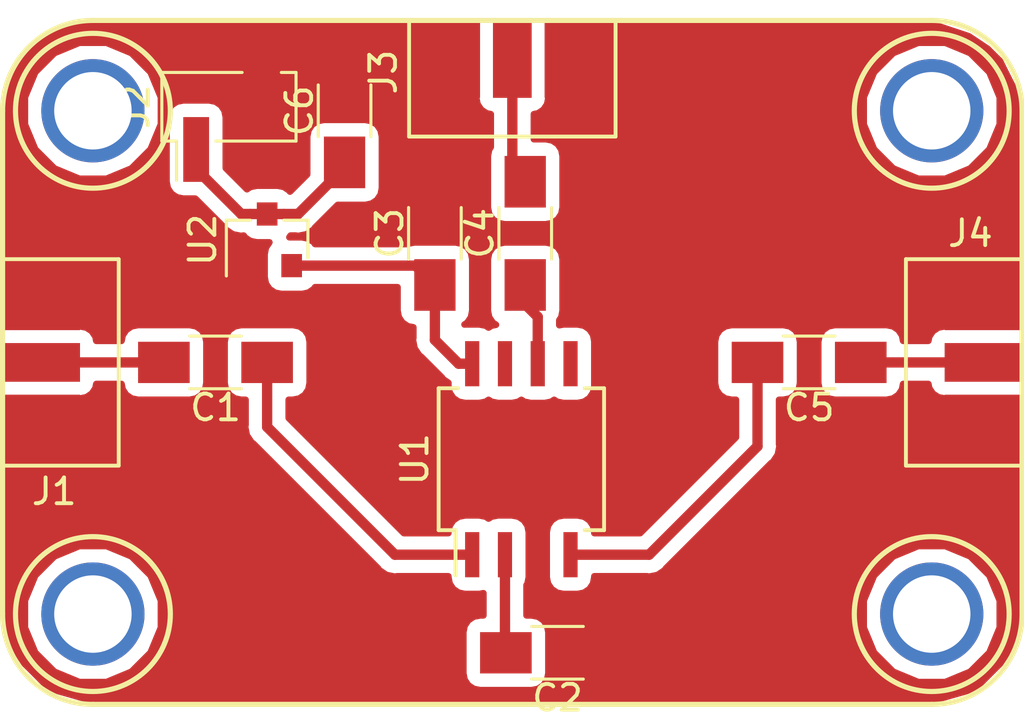
<source format=kicad_pcb>
(kicad_pcb (version 20171130) (host pcbnew "(5.0.0)")

  (general
    (thickness 1.6)
    (drawings 12)
    (tracks 33)
    (zones 0)
    (modules 12)
    (nets 13)
  )

  (page A4)
  (layers
    (0 F.Cu signal)
    (31 B.Cu signal)
    (32 B.Adhes user)
    (33 F.Adhes user)
    (34 B.Paste user)
    (35 F.Paste user)
    (36 B.SilkS user)
    (37 F.SilkS user)
    (38 B.Mask user)
    (39 F.Mask user)
    (40 Dwgs.User user)
    (41 Cmts.User user)
    (42 Eco1.User user)
    (43 Eco2.User user)
    (44 Edge.Cuts user)
    (45 Margin user)
    (46 B.CrtYd user)
    (47 F.CrtYd user)
    (48 B.Fab user)
    (49 F.Fab user)
  )

  (setup
    (last_trace_width 0.4)
    (trace_clearance 0.4)
    (zone_clearance 0.508)
    (zone_45_only no)
    (trace_min 0.4)
    (segment_width 0.2)
    (edge_width 0.15)
    (via_size 0.8)
    (via_drill 0.4)
    (via_min_size 0.4)
    (via_min_drill 0.3)
    (uvia_size 0.3)
    (uvia_drill 0.1)
    (uvias_allowed no)
    (uvia_min_size 0.2)
    (uvia_min_drill 0.1)
    (pcb_text_width 0.3)
    (pcb_text_size 1.5 1.5)
    (mod_edge_width 0.15)
    (mod_text_size 1 1)
    (mod_text_width 0.15)
    (pad_size 1.524 1.524)
    (pad_drill 0.762)
    (pad_to_mask_clearance 0.2)
    (aux_axis_origin 0 0)
    (visible_elements 7FFFFFFF)
    (pcbplotparams
      (layerselection 0x010fc_ffffffff)
      (usegerberextensions false)
      (usegerberattributes false)
      (usegerberadvancedattributes false)
      (creategerberjobfile false)
      (excludeedgelayer true)
      (linewidth 0.050000)
      (plotframeref false)
      (viasonmask false)
      (mode 1)
      (useauxorigin false)
      (hpglpennumber 1)
      (hpglpenspeed 20)
      (hpglpendiameter 15.000000)
      (psnegative false)
      (psa4output false)
      (plotreference true)
      (plotvalue true)
      (plotinvisibletext false)
      (padsonsilk false)
      (subtractmaskfromsilk false)
      (outputformat 1)
      (mirror false)
      (drillshape 1)
      (scaleselection 1)
      (outputdirectory ""))
  )

  (net 0 "")
  (net 1 "Net-(C1-Pad2)")
  (net 2 "Net-(C1-Pad1)")
  (net 3 Earth)
  (net 4 "Net-(C2-Pad2)")
  (net 5 "Net-(C3-Pad1)")
  (net 6 "Net-(C4-Pad1)")
  (net 7 "Net-(C4-Pad2)")
  (net 8 "Net-(C5-Pad2)")
  (net 9 "Net-(C5-Pad1)")
  (net 10 "Net-(U1-Pad7)")
  (net 11 "Net-(U1-Pad5)")
  (net 12 "Net-(C6-Pad1)")

  (net_class Default "This is the default net class."
    (clearance 0.4)
    (trace_width 0.4)
    (via_dia 0.8)
    (via_drill 0.4)
    (uvia_dia 0.3)
    (uvia_drill 0.1)
    (diff_pair_gap 0.25)
    (diff_pair_width 0.4)
    (add_net Earth)
    (add_net "Net-(C1-Pad1)")
    (add_net "Net-(C1-Pad2)")
    (add_net "Net-(C2-Pad2)")
    (add_net "Net-(C3-Pad1)")
    (add_net "Net-(C4-Pad1)")
    (add_net "Net-(C4-Pad2)")
    (add_net "Net-(C5-Pad1)")
    (add_net "Net-(C5-Pad2)")
    (add_net "Net-(C6-Pad1)")
    (add_net "Net-(U1-Pad5)")
    (add_net "Net-(U1-Pad7)")
  )

  (module Capacitors_SMD:C_1206_HandSoldering (layer F.Cu) (tedit 58AA84D1) (tstamp 5B6CCAE6)
    (at 114.75 89.75 180)
    (descr "Capacitor SMD 1206, hand soldering")
    (tags "capacitor 1206")
    (path /5B6B91FC)
    (attr smd)
    (fp_text reference C1 (at 0 -1.75 180) (layer F.SilkS)
      (effects (font (size 1 1) (thickness 0.15)))
    )
    (fp_text value 10nF (at 0 2 180) (layer F.Fab)
      (effects (font (size 1 1) (thickness 0.15)))
    )
    (fp_line (start 3.25 1.05) (end -3.25 1.05) (layer F.CrtYd) (width 0.05))
    (fp_line (start 3.25 1.05) (end 3.25 -1.05) (layer F.CrtYd) (width 0.05))
    (fp_line (start -3.25 -1.05) (end -3.25 1.05) (layer F.CrtYd) (width 0.05))
    (fp_line (start -3.25 -1.05) (end 3.25 -1.05) (layer F.CrtYd) (width 0.05))
    (fp_line (start -1 1.02) (end 1 1.02) (layer F.SilkS) (width 0.12))
    (fp_line (start 1 -1.02) (end -1 -1.02) (layer F.SilkS) (width 0.12))
    (fp_line (start -1.6 -0.8) (end 1.6 -0.8) (layer F.Fab) (width 0.1))
    (fp_line (start 1.6 -0.8) (end 1.6 0.8) (layer F.Fab) (width 0.1))
    (fp_line (start 1.6 0.8) (end -1.6 0.8) (layer F.Fab) (width 0.1))
    (fp_line (start -1.6 0.8) (end -1.6 -0.8) (layer F.Fab) (width 0.1))
    (fp_text user %R (at 0 -1.75 180) (layer F.Fab)
      (effects (font (size 1 1) (thickness 0.15)))
    )
    (pad 2 smd rect (at 2 0 180) (size 2 1.6) (layers F.Cu F.Paste F.Mask)
      (net 1 "Net-(C1-Pad2)"))
    (pad 1 smd rect (at -2 0 180) (size 2 1.6) (layers F.Cu F.Paste F.Mask)
      (net 2 "Net-(C1-Pad1)"))
    (model Capacitors_SMD.3dshapes/C_1206.wrl
      (at (xyz 0 0 0))
      (scale (xyz 1 1 1))
      (rotate (xyz 0 0 0))
    )
  )

  (module Capacitors_SMD:C_1206_HandSoldering (layer F.Cu) (tedit 58AA84D1) (tstamp 5B6CDF6E)
    (at 128 101 180)
    (descr "Capacitor SMD 1206, hand soldering")
    (tags "capacitor 1206")
    (path /5B6B90CF)
    (attr smd)
    (fp_text reference C2 (at 0 -1.75 180) (layer F.SilkS)
      (effects (font (size 1 1) (thickness 0.15)))
    )
    (fp_text value 10nF (at 0 2 180) (layer F.Fab)
      (effects (font (size 1 1) (thickness 0.15)))
    )
    (fp_text user %R (at 0 -1.75 180) (layer F.Fab)
      (effects (font (size 1 1) (thickness 0.15)))
    )
    (fp_line (start -1.6 0.8) (end -1.6 -0.8) (layer F.Fab) (width 0.1))
    (fp_line (start 1.6 0.8) (end -1.6 0.8) (layer F.Fab) (width 0.1))
    (fp_line (start 1.6 -0.8) (end 1.6 0.8) (layer F.Fab) (width 0.1))
    (fp_line (start -1.6 -0.8) (end 1.6 -0.8) (layer F.Fab) (width 0.1))
    (fp_line (start 1 -1.02) (end -1 -1.02) (layer F.SilkS) (width 0.12))
    (fp_line (start -1 1.02) (end 1 1.02) (layer F.SilkS) (width 0.12))
    (fp_line (start -3.25 -1.05) (end 3.25 -1.05) (layer F.CrtYd) (width 0.05))
    (fp_line (start -3.25 -1.05) (end -3.25 1.05) (layer F.CrtYd) (width 0.05))
    (fp_line (start 3.25 1.05) (end 3.25 -1.05) (layer F.CrtYd) (width 0.05))
    (fp_line (start 3.25 1.05) (end -3.25 1.05) (layer F.CrtYd) (width 0.05))
    (pad 1 smd rect (at -2 0 180) (size 2 1.6) (layers F.Cu F.Paste F.Mask)
      (net 3 Earth))
    (pad 2 smd rect (at 2 0 180) (size 2 1.6) (layers F.Cu F.Paste F.Mask)
      (net 4 "Net-(C2-Pad2)"))
    (model Capacitors_SMD.3dshapes/C_1206.wrl
      (at (xyz 0 0 0))
      (scale (xyz 1 1 1))
      (rotate (xyz 0 0 0))
    )
  )

  (module Capacitors_SMD:C_1206_HandSoldering (layer F.Cu) (tedit 58AA84D1) (tstamp 5B6CE8DE)
    (at 123.25 84.75 90)
    (descr "Capacitor SMD 1206, hand soldering")
    (tags "capacitor 1206")
    (path /5B6B8961)
    (attr smd)
    (fp_text reference C3 (at 0 -1.75 90) (layer F.SilkS)
      (effects (font (size 1 1) (thickness 0.15)))
    )
    (fp_text value 1uF (at 0 2 90) (layer F.Fab)
      (effects (font (size 1 1) (thickness 0.15)))
    )
    (fp_line (start 3.25 1.05) (end -3.25 1.05) (layer F.CrtYd) (width 0.05))
    (fp_line (start 3.25 1.05) (end 3.25 -1.05) (layer F.CrtYd) (width 0.05))
    (fp_line (start -3.25 -1.05) (end -3.25 1.05) (layer F.CrtYd) (width 0.05))
    (fp_line (start -3.25 -1.05) (end 3.25 -1.05) (layer F.CrtYd) (width 0.05))
    (fp_line (start -1 1.02) (end 1 1.02) (layer F.SilkS) (width 0.12))
    (fp_line (start 1 -1.02) (end -1 -1.02) (layer F.SilkS) (width 0.12))
    (fp_line (start -1.6 -0.8) (end 1.6 -0.8) (layer F.Fab) (width 0.1))
    (fp_line (start 1.6 -0.8) (end 1.6 0.8) (layer F.Fab) (width 0.1))
    (fp_line (start 1.6 0.8) (end -1.6 0.8) (layer F.Fab) (width 0.1))
    (fp_line (start -1.6 0.8) (end -1.6 -0.8) (layer F.Fab) (width 0.1))
    (fp_text user %R (at 0 -1.75 90) (layer F.Fab)
      (effects (font (size 1 1) (thickness 0.15)))
    )
    (pad 2 smd rect (at 2 0 90) (size 2 1.6) (layers F.Cu F.Paste F.Mask)
      (net 3 Earth))
    (pad 1 smd rect (at -2 0 90) (size 2 1.6) (layers F.Cu F.Paste F.Mask)
      (net 5 "Net-(C3-Pad1)"))
    (model Capacitors_SMD.3dshapes/C_1206.wrl
      (at (xyz 0 0 0))
      (scale (xyz 1 1 1))
      (rotate (xyz 0 0 0))
    )
  )

  (module Capacitors_SMD:C_1206_HandSoldering (layer F.Cu) (tedit 58AA84D1) (tstamp 5B6CE575)
    (at 126.75 84.75 90)
    (descr "Capacitor SMD 1206, hand soldering")
    (tags "capacitor 1206")
    (path /5B6BA259)
    (attr smd)
    (fp_text reference C4 (at 0 -1.75 90) (layer F.SilkS)
      (effects (font (size 1 1) (thickness 0.15)))
    )
    (fp_text value 10nF (at 0 2 90) (layer F.Fab)
      (effects (font (size 1 1) (thickness 0.15)))
    )
    (fp_text user %R (at 0 -1.75 90) (layer F.Fab)
      (effects (font (size 1 1) (thickness 0.15)))
    )
    (fp_line (start -1.6 0.8) (end -1.6 -0.8) (layer F.Fab) (width 0.1))
    (fp_line (start 1.6 0.8) (end -1.6 0.8) (layer F.Fab) (width 0.1))
    (fp_line (start 1.6 -0.8) (end 1.6 0.8) (layer F.Fab) (width 0.1))
    (fp_line (start -1.6 -0.8) (end 1.6 -0.8) (layer F.Fab) (width 0.1))
    (fp_line (start 1 -1.02) (end -1 -1.02) (layer F.SilkS) (width 0.12))
    (fp_line (start -1 1.02) (end 1 1.02) (layer F.SilkS) (width 0.12))
    (fp_line (start -3.25 -1.05) (end 3.25 -1.05) (layer F.CrtYd) (width 0.05))
    (fp_line (start -3.25 -1.05) (end -3.25 1.05) (layer F.CrtYd) (width 0.05))
    (fp_line (start 3.25 1.05) (end 3.25 -1.05) (layer F.CrtYd) (width 0.05))
    (fp_line (start 3.25 1.05) (end -3.25 1.05) (layer F.CrtYd) (width 0.05))
    (pad 1 smd rect (at -2 0 90) (size 2 1.6) (layers F.Cu F.Paste F.Mask)
      (net 6 "Net-(C4-Pad1)"))
    (pad 2 smd rect (at 2 0 90) (size 2 1.6) (layers F.Cu F.Paste F.Mask)
      (net 7 "Net-(C4-Pad2)"))
    (model Capacitors_SMD.3dshapes/C_1206.wrl
      (at (xyz 0 0 0))
      (scale (xyz 1 1 1))
      (rotate (xyz 0 0 0))
    )
  )

  (module Capacitors_SMD:C_1206_HandSoldering (layer F.Cu) (tedit 58AA84D1) (tstamp 5B6CD3E4)
    (at 137.75 89.75 180)
    (descr "Capacitor SMD 1206, hand soldering")
    (tags "capacitor 1206")
    (path /5B6BC0A2)
    (attr smd)
    (fp_text reference C5 (at 0 -1.75 180) (layer F.SilkS)
      (effects (font (size 1 1) (thickness 0.15)))
    )
    (fp_text value 10uF (at 0 2 180) (layer F.Fab)
      (effects (font (size 1 1) (thickness 0.15)))
    )
    (fp_line (start 3.25 1.05) (end -3.25 1.05) (layer F.CrtYd) (width 0.05))
    (fp_line (start 3.25 1.05) (end 3.25 -1.05) (layer F.CrtYd) (width 0.05))
    (fp_line (start -3.25 -1.05) (end -3.25 1.05) (layer F.CrtYd) (width 0.05))
    (fp_line (start -3.25 -1.05) (end 3.25 -1.05) (layer F.CrtYd) (width 0.05))
    (fp_line (start -1 1.02) (end 1 1.02) (layer F.SilkS) (width 0.12))
    (fp_line (start 1 -1.02) (end -1 -1.02) (layer F.SilkS) (width 0.12))
    (fp_line (start -1.6 -0.8) (end 1.6 -0.8) (layer F.Fab) (width 0.1))
    (fp_line (start 1.6 -0.8) (end 1.6 0.8) (layer F.Fab) (width 0.1))
    (fp_line (start 1.6 0.8) (end -1.6 0.8) (layer F.Fab) (width 0.1))
    (fp_line (start -1.6 0.8) (end -1.6 -0.8) (layer F.Fab) (width 0.1))
    (fp_text user %R (at 0 -1.75 180) (layer F.Fab)
      (effects (font (size 1 1) (thickness 0.15)))
    )
    (pad 2 smd rect (at 2 0 180) (size 2 1.6) (layers F.Cu F.Paste F.Mask)
      (net 8 "Net-(C5-Pad2)"))
    (pad 1 smd rect (at -2 0 180) (size 2 1.6) (layers F.Cu F.Paste F.Mask)
      (net 9 "Net-(C5-Pad1)"))
    (model Capacitors_SMD.3dshapes/C_1206.wrl
      (at (xyz 0 0 0))
      (scale (xyz 1 1 1))
      (rotate (xyz 0 0 0))
    )
  )

  (module x-uhf:X-UHF_Interconnect (layer F.Cu) (tedit 5B6BFBB0) (tstamp 5B6CCB35)
    (at 108 89.75)
    (path /5B6B9D7C)
    (fp_text reference J1 (at 0.5 5) (layer F.SilkS)
      (effects (font (size 1 1) (thickness 0.15)))
    )
    (fp_text value RF_IN (at 4 0 90) (layer F.Fab)
      (effects (font (size 1 1) (thickness 0.15)))
    )
    (fp_line (start -1.5 -4) (end 3 -4) (layer F.SilkS) (width 0.15))
    (fp_line (start 3 -4) (end 3 4) (layer F.SilkS) (width 0.15))
    (fp_line (start 3 4) (end -1.5 4) (layer F.SilkS) (width 0.15))
    (fp_line (start -1.5 4) (end -1.5 -4) (layer F.SilkS) (width 0.15))
    (pad 1 smd rect (at 0 -2) (size 3 1.5) (layers F.Cu F.Paste F.Mask)
      (net 3 Earth))
    (pad 2 smd rect (at 0 0) (size 3 1.5) (layers F.Cu F.Paste F.Mask)
      (net 1 "Net-(C1-Pad2)"))
    (pad 3 smd rect (at 0 2) (size 3 1.5) (layers F.Cu F.Paste F.Mask)
      (net 3 Earth))
  )

  (module Pin_Headers:Pin_Header_Straight_1x02_Pitch2.54mm_SMD_Pin1Left (layer F.Cu) (tedit 59650532) (tstamp 5B6CE45B)
    (at 115.27 79.845 90)
    (descr "surface-mounted straight pin header, 1x02, 2.54mm pitch, single row, style 1 (pin 1 left)")
    (tags "Surface mounted pin header SMD 1x02 2.54mm single row style1 pin1 left")
    (path /5B6C0849)
    (attr smd)
    (fp_text reference J2 (at 0 -3.6 90) (layer F.SilkS)
      (effects (font (size 1 1) (thickness 0.15)))
    )
    (fp_text value PWR (at 0 3.6 90) (layer F.Fab)
      (effects (font (size 1 1) (thickness 0.15)))
    )
    (fp_text user %R (at 0 0 180) (layer F.Fab)
      (effects (font (size 1 1) (thickness 0.15)))
    )
    (fp_line (start 3.45 -3.05) (end -3.45 -3.05) (layer F.CrtYd) (width 0.05))
    (fp_line (start 3.45 3.05) (end 3.45 -3.05) (layer F.CrtYd) (width 0.05))
    (fp_line (start -3.45 3.05) (end 3.45 3.05) (layer F.CrtYd) (width 0.05))
    (fp_line (start -3.45 -3.05) (end -3.45 3.05) (layer F.CrtYd) (width 0.05))
    (fp_line (start -1.33 -0.51) (end -1.33 2.6) (layer F.SilkS) (width 0.12))
    (fp_line (start 1.33 2.03) (end 1.33 2.6) (layer F.SilkS) (width 0.12))
    (fp_line (start -1.33 -2.6) (end -1.33 -2.03) (layer F.SilkS) (width 0.12))
    (fp_line (start -1.33 -2.03) (end -2.85 -2.03) (layer F.SilkS) (width 0.12))
    (fp_line (start 1.33 -2.6) (end 1.33 0.51) (layer F.SilkS) (width 0.12))
    (fp_line (start -1.33 2.6) (end 1.33 2.6) (layer F.SilkS) (width 0.12))
    (fp_line (start -1.33 -2.6) (end 1.33 -2.6) (layer F.SilkS) (width 0.12))
    (fp_line (start 2.54 1.59) (end 1.27 1.59) (layer F.Fab) (width 0.1))
    (fp_line (start 2.54 0.95) (end 2.54 1.59) (layer F.Fab) (width 0.1))
    (fp_line (start 1.27 0.95) (end 2.54 0.95) (layer F.Fab) (width 0.1))
    (fp_line (start -2.54 -0.95) (end -1.27 -0.95) (layer F.Fab) (width 0.1))
    (fp_line (start -2.54 -1.59) (end -2.54 -0.95) (layer F.Fab) (width 0.1))
    (fp_line (start -1.27 -1.59) (end -2.54 -1.59) (layer F.Fab) (width 0.1))
    (fp_line (start 1.27 -2.54) (end 1.27 2.54) (layer F.Fab) (width 0.1))
    (fp_line (start -1.27 -1.59) (end -0.32 -2.54) (layer F.Fab) (width 0.1))
    (fp_line (start -1.27 2.54) (end -1.27 -1.59) (layer F.Fab) (width 0.1))
    (fp_line (start -0.32 -2.54) (end 1.27 -2.54) (layer F.Fab) (width 0.1))
    (fp_line (start 1.27 2.54) (end -1.27 2.54) (layer F.Fab) (width 0.1))
    (pad 2 smd rect (at 1.655 1.27 90) (size 2.51 1) (layers F.Cu F.Paste F.Mask)
      (net 3 Earth))
    (pad 1 smd rect (at -1.655 -1.27 90) (size 2.51 1) (layers F.Cu F.Paste F.Mask)
      (net 12 "Net-(C6-Pad1)"))
    (model ${KISYS3DMOD}/Pin_Headers.3dshapes/Pin_Header_Straight_1x02_Pitch2.54mm_SMD_Pin1Left.wrl
      (at (xyz 0 0 0))
      (scale (xyz 1 1 1))
      (rotate (xyz 0 0 0))
    )
  )

  (module x-uhf:X-UHF_Interconnect (layer F.Cu) (tedit 5B6BFBB0) (tstamp 5B6CCB5D)
    (at 126.25 78 270)
    (path /5B6B9B1D)
    (fp_text reference J3 (at 0.5 5 270) (layer F.SilkS)
      (effects (font (size 1 1) (thickness 0.15)))
    )
    (fp_text value OSC_IN (at 4 0) (layer F.Fab)
      (effects (font (size 1 1) (thickness 0.15)))
    )
    (fp_line (start -1.5 -4) (end 3 -4) (layer F.SilkS) (width 0.15))
    (fp_line (start 3 -4) (end 3 4) (layer F.SilkS) (width 0.15))
    (fp_line (start 3 4) (end -1.5 4) (layer F.SilkS) (width 0.15))
    (fp_line (start -1.5 4) (end -1.5 -4) (layer F.SilkS) (width 0.15))
    (pad 1 smd rect (at 0 -2 270) (size 3 1.5) (layers F.Cu F.Paste F.Mask)
      (net 3 Earth))
    (pad 2 smd rect (at 0 0 270) (size 3 1.5) (layers F.Cu F.Paste F.Mask)
      (net 7 "Net-(C4-Pad2)"))
    (pad 3 smd rect (at 0 2 270) (size 3 1.5) (layers F.Cu F.Paste F.Mask)
      (net 3 Earth))
  )

  (module x-uhf:X-UHF_Interconnect (layer F.Cu) (tedit 5B6BFBB0) (tstamp 5B6CD215)
    (at 144.5 89.75 180)
    (path /5B6B9B76)
    (fp_text reference J4 (at 0.5 5 180) (layer F.SilkS)
      (effects (font (size 1 1) (thickness 0.15)))
    )
    (fp_text value IF_OUT (at 4 0 270) (layer F.Fab)
      (effects (font (size 1 1) (thickness 0.15)))
    )
    (fp_line (start -1.5 4) (end -1.5 -4) (layer F.SilkS) (width 0.15))
    (fp_line (start 3 4) (end -1.5 4) (layer F.SilkS) (width 0.15))
    (fp_line (start 3 -4) (end 3 4) (layer F.SilkS) (width 0.15))
    (fp_line (start -1.5 -4) (end 3 -4) (layer F.SilkS) (width 0.15))
    (pad 3 smd rect (at 0 2 180) (size 3 1.5) (layers F.Cu F.Paste F.Mask)
      (net 3 Earth))
    (pad 2 smd rect (at 0 0 180) (size 3 1.5) (layers F.Cu F.Paste F.Mask)
      (net 9 "Net-(C5-Pad1)"))
    (pad 1 smd rect (at 0 -2 180) (size 3 1.5) (layers F.Cu F.Paste F.Mask)
      (net 3 Earth))
  )

  (module Housings_SOIC:SO-8_5.3x6.2mm_Pitch1.27mm (layer F.Cu) (tedit 59920130) (tstamp 5B6CE3CE)
    (at 126.6 93.5 90)
    (descr "8-Lead Plastic Small Outline, 5.3x6.2mm Body (http://www.ti.com.cn/cn/lit/ds/symlink/tl7705a.pdf)")
    (tags "SOIC 1.27")
    (path /5B6B886F)
    (attr smd)
    (fp_text reference U1 (at 0 -4.13 90) (layer F.SilkS)
      (effects (font (size 1 1) (thickness 0.15)))
    )
    (fp_text value SA612 (at 0 4.13 90) (layer F.Fab)
      (effects (font (size 1 1) (thickness 0.15)))
    )
    (fp_line (start -2.75 -2.55) (end -4.5 -2.55) (layer F.SilkS) (width 0.15))
    (fp_line (start -2.75 3.205) (end 2.75 3.205) (layer F.SilkS) (width 0.15))
    (fp_line (start -2.75 -3.205) (end 2.75 -3.205) (layer F.SilkS) (width 0.15))
    (fp_line (start -2.75 3.205) (end -2.75 2.455) (layer F.SilkS) (width 0.15))
    (fp_line (start 2.75 3.205) (end 2.75 2.455) (layer F.SilkS) (width 0.15))
    (fp_line (start 2.75 -3.205) (end 2.75 -2.455) (layer F.SilkS) (width 0.15))
    (fp_line (start -2.75 -3.205) (end -2.75 -2.55) (layer F.SilkS) (width 0.15))
    (fp_line (start -4.83 3.35) (end 4.83 3.35) (layer F.CrtYd) (width 0.05))
    (fp_line (start -4.83 -3.35) (end 4.83 -3.35) (layer F.CrtYd) (width 0.05))
    (fp_line (start 4.83 -3.35) (end 4.83 3.35) (layer F.CrtYd) (width 0.05))
    (fp_line (start -4.83 -3.35) (end -4.83 3.35) (layer F.CrtYd) (width 0.05))
    (fp_line (start -2.65 -2.1) (end -1.65 -3.1) (layer F.Fab) (width 0.15))
    (fp_line (start -2.65 3.1) (end -2.65 -2.1) (layer F.Fab) (width 0.15))
    (fp_line (start 2.65 3.1) (end -2.65 3.1) (layer F.Fab) (width 0.15))
    (fp_line (start 2.65 -3.1) (end 2.65 3.1) (layer F.Fab) (width 0.15))
    (fp_line (start -1.65 -3.1) (end 2.65 -3.1) (layer F.Fab) (width 0.15))
    (fp_text user %R (at 0 0 90) (layer F.Fab)
      (effects (font (size 1 1) (thickness 0.15)))
    )
    (pad 8 smd rect (at 3.7 -1.905 90) (size 1.75 0.55) (layers F.Cu F.Paste F.Mask)
      (net 5 "Net-(C3-Pad1)"))
    (pad 7 smd rect (at 3.7 -0.635 90) (size 1.75 0.55) (layers F.Cu F.Paste F.Mask)
      (net 10 "Net-(U1-Pad7)"))
    (pad 6 smd rect (at 3.7 0.635 90) (size 1.75 0.55) (layers F.Cu F.Paste F.Mask)
      (net 6 "Net-(C4-Pad1)"))
    (pad 5 smd rect (at 3.7 1.905 90) (size 1.75 0.55) (layers F.Cu F.Paste F.Mask)
      (net 11 "Net-(U1-Pad5)"))
    (pad 4 smd rect (at -3.7 1.905 90) (size 1.75 0.55) (layers F.Cu F.Paste F.Mask)
      (net 8 "Net-(C5-Pad2)"))
    (pad 3 smd rect (at -3.7 0.635 90) (size 1.75 0.55) (layers F.Cu F.Paste F.Mask)
      (net 3 Earth))
    (pad 2 smd rect (at -3.7 -0.635 90) (size 1.75 0.55) (layers F.Cu F.Paste F.Mask)
      (net 4 "Net-(C2-Pad2)"))
    (pad 1 smd rect (at -3.7 -1.905 90) (size 1.75 0.55) (layers F.Cu F.Paste F.Mask)
      (net 2 "Net-(C1-Pad1)"))
    (model ${KISYS3DMOD}/Housings_SOIC.3dshapes/SO-8_5.3x6.2mm_Pitch1.27mm.wrl
      (at (xyz 0 0 0))
      (scale (xyz 1 1 1))
      (rotate (xyz 0 0 0))
    )
  )

  (module TO_SOT_Packages_SMD:SOT-23 (layer F.Cu) (tedit 58CE4E7E) (tstamp 5B6CE008)
    (at 116.75 85 90)
    (descr "SOT-23, Standard")
    (tags SOT-23)
    (path /5B6BE2D2)
    (attr smd)
    (fp_text reference U2 (at 0 -2.5 90) (layer F.SilkS)
      (effects (font (size 1 1) (thickness 0.15)))
    )
    (fp_text value MCP1700-5002E_SOT23 (at 0 2.5 90) (layer F.Fab)
      (effects (font (size 1 1) (thickness 0.15)))
    )
    (fp_line (start 0.76 1.58) (end -0.7 1.58) (layer F.SilkS) (width 0.12))
    (fp_line (start 0.76 -1.58) (end -1.4 -1.58) (layer F.SilkS) (width 0.12))
    (fp_line (start -1.7 1.75) (end -1.7 -1.75) (layer F.CrtYd) (width 0.05))
    (fp_line (start 1.7 1.75) (end -1.7 1.75) (layer F.CrtYd) (width 0.05))
    (fp_line (start 1.7 -1.75) (end 1.7 1.75) (layer F.CrtYd) (width 0.05))
    (fp_line (start -1.7 -1.75) (end 1.7 -1.75) (layer F.CrtYd) (width 0.05))
    (fp_line (start 0.76 -1.58) (end 0.76 -0.65) (layer F.SilkS) (width 0.12))
    (fp_line (start 0.76 1.58) (end 0.76 0.65) (layer F.SilkS) (width 0.12))
    (fp_line (start -0.7 1.52) (end 0.7 1.52) (layer F.Fab) (width 0.1))
    (fp_line (start 0.7 -1.52) (end 0.7 1.52) (layer F.Fab) (width 0.1))
    (fp_line (start -0.7 -0.95) (end -0.15 -1.52) (layer F.Fab) (width 0.1))
    (fp_line (start -0.15 -1.52) (end 0.7 -1.52) (layer F.Fab) (width 0.1))
    (fp_line (start -0.7 -0.95) (end -0.7 1.5) (layer F.Fab) (width 0.1))
    (fp_text user %R (at 0 0 180) (layer F.Fab)
      (effects (font (size 0.5 0.5) (thickness 0.075)))
    )
    (pad 3 smd rect (at 1 0 90) (size 0.9 0.8) (layers F.Cu F.Paste F.Mask)
      (net 12 "Net-(C6-Pad1)"))
    (pad 2 smd rect (at -1 0.95 90) (size 0.9 0.8) (layers F.Cu F.Paste F.Mask)
      (net 5 "Net-(C3-Pad1)"))
    (pad 1 smd rect (at -1 -0.95 90) (size 0.9 0.8) (layers F.Cu F.Paste F.Mask)
      (net 3 Earth))
    (model ${KISYS3DMOD}/TO_SOT_Packages_SMD.3dshapes/SOT-23.wrl
      (at (xyz 0 0 0))
      (scale (xyz 1 1 1))
      (rotate (xyz 0 0 0))
    )
  )

  (module Capacitors_SMD:C_1206_HandSoldering (layer F.Cu) (tedit 58AA84D1) (tstamp 5B6D34C9)
    (at 119.75 80 90)
    (descr "Capacitor SMD 1206, hand soldering")
    (tags "capacitor 1206")
    (path /5B6C4B57)
    (attr smd)
    (fp_text reference C6 (at 0 -1.75 90) (layer F.SilkS)
      (effects (font (size 1 1) (thickness 0.15)))
    )
    (fp_text value 10uF (at 0 2 90) (layer F.Fab)
      (effects (font (size 1 1) (thickness 0.15)))
    )
    (fp_line (start 3.25 1.05) (end -3.25 1.05) (layer F.CrtYd) (width 0.05))
    (fp_line (start 3.25 1.05) (end 3.25 -1.05) (layer F.CrtYd) (width 0.05))
    (fp_line (start -3.25 -1.05) (end -3.25 1.05) (layer F.CrtYd) (width 0.05))
    (fp_line (start -3.25 -1.05) (end 3.25 -1.05) (layer F.CrtYd) (width 0.05))
    (fp_line (start -1 1.02) (end 1 1.02) (layer F.SilkS) (width 0.12))
    (fp_line (start 1 -1.02) (end -1 -1.02) (layer F.SilkS) (width 0.12))
    (fp_line (start -1.6 -0.8) (end 1.6 -0.8) (layer F.Fab) (width 0.1))
    (fp_line (start 1.6 -0.8) (end 1.6 0.8) (layer F.Fab) (width 0.1))
    (fp_line (start 1.6 0.8) (end -1.6 0.8) (layer F.Fab) (width 0.1))
    (fp_line (start -1.6 0.8) (end -1.6 -0.8) (layer F.Fab) (width 0.1))
    (fp_text user %R (at 0 -1.75 90) (layer F.Fab)
      (effects (font (size 1 1) (thickness 0.15)))
    )
    (pad 2 smd rect (at 2 0 90) (size 2 1.6) (layers F.Cu F.Paste F.Mask)
      (net 3 Earth))
    (pad 1 smd rect (at -2 0 90) (size 2 1.6) (layers F.Cu F.Paste F.Mask)
      (net 12 "Net-(C6-Pad1)"))
    (model Capacitors_SMD.3dshapes/C_1206.wrl
      (at (xyz 0 0 0))
      (scale (xyz 1 1 1))
      (rotate (xyz 0 0 0))
    )
  )

  (gr_circle (center 110 80) (end 113 80) (layer F.SilkS) (width 0.2))
  (gr_circle (center 110 99.5) (end 113 99.5) (layer F.SilkS) (width 0.2))
  (gr_circle (center 142.5 99.5) (end 145.5 99.5) (layer F.SilkS) (width 0.2))
  (gr_circle (center 142.5 80) (end 139.5 80) (layer F.SilkS) (width 0.2))
  (gr_arc (start 110 99.5) (end 106.5 99.5) (angle -90) (layer F.SilkS) (width 0.2))
  (gr_arc (start 142.5 99.5) (end 142.5 103) (angle -90) (layer F.SilkS) (width 0.2))
  (gr_arc (start 142.5 80) (end 146 80) (angle -90) (layer F.SilkS) (width 0.2))
  (gr_arc (start 110 80) (end 110 76.5) (angle -90) (layer F.SilkS) (width 0.2))
  (gr_line (start 146 99.5) (end 146 80) (layer F.SilkS) (width 0.2))
  (gr_line (start 110 103) (end 142.5 103) (layer F.SilkS) (width 0.2))
  (gr_line (start 106.5 80) (end 106.5 99.5) (layer F.SilkS) (width 0.2))
  (gr_line (start 142.5 76.5) (end 110 76.5) (layer F.SilkS) (width 0.2))

  (via (at 110 99.5) (size 4) (drill 3) (layers F.Cu B.Cu) (net 0) (tstamp 5B6CCD38))
  (via (at 142.5 80) (size 4) (drill 3) (layers F.Cu B.Cu) (net 0) (tstamp 5B6CD1CD))
  (via (at 110 80) (size 4) (drill 3) (layers F.Cu B.Cu) (net 0) (tstamp 5B6CCD41))
  (via (at 142.5 99.5) (size 4) (drill 3) (layers F.Cu B.Cu) (net 0) (tstamp 5B6CD79E))
  (segment (start 108 89.75) (end 112.75 89.75) (width 0.4) (layer F.Cu) (net 1))
  (segment (start 124.695 96.6) (end 124.695 97.2) (width 0.4) (layer F.Cu) (net 2))
  (segment (start 116.75 89.75) (end 116.75 92.25) (width 0.4) (layer F.Cu) (net 2))
  (segment (start 121.7 97.2) (end 124.695 97.2) (width 0.4) (layer F.Cu) (net 2))
  (segment (start 116.75 92.25) (end 121.7 97.2) (width 0.4) (layer F.Cu) (net 2))
  (segment (start 125.965 100.965) (end 126 101) (width 0.4) (layer F.Cu) (net 4))
  (segment (start 125.965 97.2) (end 125.965 100.965) (width 0.4) (layer F.Cu) (net 4))
  (segment (start 122.5 86) (end 123.25 86.75) (width 0.4) (layer F.Cu) (net 5))
  (segment (start 117.7 86) (end 122.5 86) (width 0.4) (layer F.Cu) (net 5))
  (segment (start 124.17 89.8) (end 124.695 89.8) (width 0.4) (layer F.Cu) (net 5))
  (segment (start 123.25 88.88) (end 124.17 89.8) (width 0.4) (layer F.Cu) (net 5))
  (segment (start 123.25 86.75) (end 123.25 88.88) (width 0.4) (layer F.Cu) (net 5))
  (segment (start 126.75 86.75) (end 126.75 87.5) (width 0.4) (layer F.Cu) (net 6))
  (segment (start 127.235 87.985) (end 127.235 89.8) (width 0.4) (layer F.Cu) (net 6))
  (segment (start 126.75 87.5) (end 127.235 87.985) (width 0.4) (layer F.Cu) (net 6))
  (segment (start 126.25 82.25) (end 126.75 82.75) (width 0.4) (layer F.Cu) (net 7))
  (segment (start 126.25 78) (end 126.25 82.25) (width 0.4) (layer F.Cu) (net 7))
  (segment (start 135.75 89.75) (end 135.75 93) (width 0.4) (layer F.Cu) (net 8))
  (segment (start 131.55 97.2) (end 128.505 97.2) (width 0.4) (layer F.Cu) (net 8))
  (segment (start 135.75 93) (end 131.55 97.2) (width 0.4) (layer F.Cu) (net 8))
  (segment (start 144.5 89.75) (end 139.75 89.75) (width 0.4) (layer F.Cu) (net 9))
  (segment (start 116.1 84) (end 116.75 84) (width 0.4) (layer F.Cu) (net 12))
  (segment (start 115.745 84) (end 116.1 84) (width 0.4) (layer F.Cu) (net 12))
  (segment (start 114 82.255) (end 115.745 84) (width 0.4) (layer F.Cu) (net 12))
  (segment (start 114 81.5) (end 114 82.255) (width 0.4) (layer F.Cu) (net 12))
  (segment (start 117.4 84) (end 116.75 84) (width 0.4) (layer F.Cu) (net 12))
  (segment (start 117.95 84) (end 117.4 84) (width 0.4) (layer F.Cu) (net 12))
  (segment (start 119.75 82.2) (end 117.95 84) (width 0.4) (layer F.Cu) (net 12))
  (segment (start 119.75 82) (end 119.75 82.2) (width 0.4) (layer F.Cu) (net 12))

  (zone (net 3) (net_name Earth) (layer F.Cu) (tstamp 5B6D3D72) (hatch edge 0.508)
    (connect_pads yes (clearance 0.508))
    (min_thickness 0.254)
    (fill yes (arc_segments 16) (thermal_gap 0.508) (thermal_bridge_width 0.508))
    (polygon
      (pts
        (xy 110 76.5) (xy 142.5 76.5) (xy 144 77) (xy 144.75 77.5) (xy 145.25 78)
        (xy 145.75 79) (xy 146 80) (xy 146 99.5) (xy 145.75 100.75) (xy 145.25 101.5)
        (xy 144.25 102.5) (xy 142.5 103) (xy 110 103) (xy 108.25 102.5) (xy 107.25 101.5)
        (xy 106.75 100.75) (xy 106.5 99.5) (xy 106.5 80) (xy 106.75 78.75) (xy 107.5 77.5)
        (xy 108.75 76.75)
      )
    )
    (filled_polygon
      (pts
        (xy 124.85256 79.5) (xy 124.901843 79.747765) (xy 125.042191 79.957809) (xy 125.252235 80.098157) (xy 125.415001 80.130533)
        (xy 125.415001 81.407713) (xy 125.351843 81.502235) (xy 125.30256 81.75) (xy 125.30256 83.75) (xy 125.351843 83.997765)
        (xy 125.492191 84.207809) (xy 125.702235 84.348157) (xy 125.95 84.39744) (xy 127.55 84.39744) (xy 127.797765 84.348157)
        (xy 128.007809 84.207809) (xy 128.148157 83.997765) (xy 128.19744 83.75) (xy 128.19744 81.75) (xy 128.148157 81.502235)
        (xy 128.007809 81.292191) (xy 127.797765 81.151843) (xy 127.55 81.10256) (xy 127.085 81.10256) (xy 127.085 80.130533)
        (xy 127.247765 80.098157) (xy 127.457809 79.957809) (xy 127.598157 79.747765) (xy 127.64744 79.5) (xy 127.64744 79.475866)
        (xy 139.865 79.475866) (xy 139.865 80.524134) (xy 140.266155 81.492608) (xy 141.007392 82.233845) (xy 141.975866 82.635)
        (xy 143.024134 82.635) (xy 143.992608 82.233845) (xy 144.733845 81.492608) (xy 145.135 80.524134) (xy 145.135 79.475866)
        (xy 144.733845 78.507392) (xy 143.992608 77.766155) (xy 143.024134 77.365) (xy 141.975866 77.365) (xy 141.007392 77.766155)
        (xy 140.266155 78.507392) (xy 139.865 79.475866) (xy 127.64744 79.475866) (xy 127.64744 76.627) (xy 142.47939 76.627)
        (xy 143.943706 77.115105) (xy 144.669086 77.598692) (xy 145.145626 78.075232) (xy 145.630173 79.044326) (xy 145.873 80.015634)
        (xy 145.873 88.35256) (xy 143 88.35256) (xy 142.752235 88.401843) (xy 142.542191 88.542191) (xy 142.401843 88.752235)
        (xy 142.369467 88.915) (xy 141.390478 88.915) (xy 141.348157 88.702235) (xy 141.207809 88.492191) (xy 140.997765 88.351843)
        (xy 140.75 88.30256) (xy 138.75 88.30256) (xy 138.502235 88.351843) (xy 138.292191 88.492191) (xy 138.151843 88.702235)
        (xy 138.10256 88.95) (xy 138.10256 90.55) (xy 138.151843 90.797765) (xy 138.292191 91.007809) (xy 138.502235 91.148157)
        (xy 138.75 91.19744) (xy 140.75 91.19744) (xy 140.997765 91.148157) (xy 141.207809 91.007809) (xy 141.348157 90.797765)
        (xy 141.390478 90.585) (xy 142.369467 90.585) (xy 142.401843 90.747765) (xy 142.542191 90.957809) (xy 142.752235 91.098157)
        (xy 143 91.14744) (xy 145.873 91.14744) (xy 145.873 99.487423) (xy 145.630393 100.700459) (xy 145.151308 101.419086)
        (xy 144.183467 102.386927) (xy 142.482211 102.873) (xy 110.017789 102.873) (xy 108.316533 102.386927) (xy 107.348692 101.419086)
        (xy 106.869607 100.700459) (xy 106.627 99.487423) (xy 106.627 98.975866) (xy 107.365 98.975866) (xy 107.365 100.024134)
        (xy 107.766155 100.992608) (xy 108.507392 101.733845) (xy 109.475866 102.135) (xy 110.524134 102.135) (xy 111.492608 101.733845)
        (xy 112.233845 100.992608) (xy 112.635 100.024134) (xy 112.635 98.975866) (xy 112.233845 98.007392) (xy 111.492608 97.266155)
        (xy 110.524134 96.865) (xy 109.475866 96.865) (xy 108.507392 97.266155) (xy 107.766155 98.007392) (xy 107.365 98.975866)
        (xy 106.627 98.975866) (xy 106.627 91.14744) (xy 109.5 91.14744) (xy 109.747765 91.098157) (xy 109.957809 90.957809)
        (xy 110.098157 90.747765) (xy 110.130533 90.585) (xy 111.109522 90.585) (xy 111.151843 90.797765) (xy 111.292191 91.007809)
        (xy 111.502235 91.148157) (xy 111.75 91.19744) (xy 113.75 91.19744) (xy 113.997765 91.148157) (xy 114.207809 91.007809)
        (xy 114.348157 90.797765) (xy 114.39744 90.55) (xy 114.39744 88.95) (xy 115.10256 88.95) (xy 115.10256 90.55)
        (xy 115.151843 90.797765) (xy 115.292191 91.007809) (xy 115.502235 91.148157) (xy 115.75 91.19744) (xy 115.915001 91.19744)
        (xy 115.915001 92.167762) (xy 115.898643 92.25) (xy 115.963448 92.5758) (xy 115.963449 92.575801) (xy 116.148 92.852001)
        (xy 116.217718 92.898585) (xy 121.051415 97.732283) (xy 121.097999 97.802001) (xy 121.374199 97.986552) (xy 121.617763 98.035)
        (xy 121.617766 98.035) (xy 121.699999 98.051357) (xy 121.782232 98.035) (xy 123.77256 98.035) (xy 123.77256 98.075)
        (xy 123.821843 98.322765) (xy 123.962191 98.532809) (xy 124.172235 98.673157) (xy 124.42 98.72244) (xy 124.97 98.72244)
        (xy 125.13 98.690614) (xy 125.130001 99.55256) (xy 125 99.55256) (xy 124.752235 99.601843) (xy 124.542191 99.742191)
        (xy 124.401843 99.952235) (xy 124.35256 100.2) (xy 124.35256 101.8) (xy 124.401843 102.047765) (xy 124.542191 102.257809)
        (xy 124.752235 102.398157) (xy 125 102.44744) (xy 127 102.44744) (xy 127.247765 102.398157) (xy 127.457809 102.257809)
        (xy 127.598157 102.047765) (xy 127.64744 101.8) (xy 127.64744 100.2) (xy 127.598157 99.952235) (xy 127.457809 99.742191)
        (xy 127.247765 99.601843) (xy 127 99.55256) (xy 126.8 99.55256) (xy 126.8 98.975866) (xy 139.865 98.975866)
        (xy 139.865 100.024134) (xy 140.266155 100.992608) (xy 141.007392 101.733845) (xy 141.975866 102.135) (xy 143.024134 102.135)
        (xy 143.992608 101.733845) (xy 144.733845 100.992608) (xy 145.135 100.024134) (xy 145.135 98.975866) (xy 144.733845 98.007392)
        (xy 143.992608 97.266155) (xy 143.024134 96.865) (xy 141.975866 96.865) (xy 141.007392 97.266155) (xy 140.266155 98.007392)
        (xy 139.865 98.975866) (xy 126.8 98.975866) (xy 126.8 98.379871) (xy 126.838157 98.322765) (xy 126.88744 98.075)
        (xy 126.88744 96.325) (xy 127.58256 96.325) (xy 127.58256 98.075) (xy 127.631843 98.322765) (xy 127.772191 98.532809)
        (xy 127.982235 98.673157) (xy 128.23 98.72244) (xy 128.78 98.72244) (xy 129.027765 98.673157) (xy 129.237809 98.532809)
        (xy 129.378157 98.322765) (xy 129.42744 98.075) (xy 129.42744 98.035) (xy 131.467767 98.035) (xy 131.55 98.051357)
        (xy 131.632233 98.035) (xy 131.632237 98.035) (xy 131.875801 97.986552) (xy 132.152001 97.802001) (xy 132.198587 97.73228)
        (xy 136.282283 93.648585) (xy 136.352001 93.602001) (xy 136.536552 93.325801) (xy 136.585 93.082237) (xy 136.601358 93)
        (xy 136.585 92.917763) (xy 136.585 91.19744) (xy 136.75 91.19744) (xy 136.997765 91.148157) (xy 137.207809 91.007809)
        (xy 137.348157 90.797765) (xy 137.39744 90.55) (xy 137.39744 88.95) (xy 137.348157 88.702235) (xy 137.207809 88.492191)
        (xy 136.997765 88.351843) (xy 136.75 88.30256) (xy 134.75 88.30256) (xy 134.502235 88.351843) (xy 134.292191 88.492191)
        (xy 134.151843 88.702235) (xy 134.10256 88.95) (xy 134.10256 90.55) (xy 134.151843 90.797765) (xy 134.292191 91.007809)
        (xy 134.502235 91.148157) (xy 134.75 91.19744) (xy 134.915 91.19744) (xy 134.915001 92.654131) (xy 131.204133 96.365)
        (xy 129.42744 96.365) (xy 129.42744 96.325) (xy 129.378157 96.077235) (xy 129.237809 95.867191) (xy 129.027765 95.726843)
        (xy 128.78 95.67756) (xy 128.23 95.67756) (xy 127.982235 95.726843) (xy 127.772191 95.867191) (xy 127.631843 96.077235)
        (xy 127.58256 96.325) (xy 126.88744 96.325) (xy 126.838157 96.077235) (xy 126.697809 95.867191) (xy 126.487765 95.726843)
        (xy 126.24 95.67756) (xy 125.69 95.67756) (xy 125.442235 95.726843) (xy 125.33 95.801837) (xy 125.217765 95.726843)
        (xy 124.97 95.67756) (xy 124.42 95.67756) (xy 124.172235 95.726843) (xy 123.962191 95.867191) (xy 123.821843 96.077235)
        (xy 123.77256 96.325) (xy 123.77256 96.365) (xy 122.045868 96.365) (xy 117.585 91.904133) (xy 117.585 91.19744)
        (xy 117.75 91.19744) (xy 117.997765 91.148157) (xy 118.207809 91.007809) (xy 118.348157 90.797765) (xy 118.39744 90.55)
        (xy 118.39744 88.95) (xy 118.348157 88.702235) (xy 118.207809 88.492191) (xy 117.997765 88.351843) (xy 117.75 88.30256)
        (xy 115.75 88.30256) (xy 115.502235 88.351843) (xy 115.292191 88.492191) (xy 115.151843 88.702235) (xy 115.10256 88.95)
        (xy 114.39744 88.95) (xy 114.348157 88.702235) (xy 114.207809 88.492191) (xy 113.997765 88.351843) (xy 113.75 88.30256)
        (xy 111.75 88.30256) (xy 111.502235 88.351843) (xy 111.292191 88.492191) (xy 111.151843 88.702235) (xy 111.109522 88.915)
        (xy 110.130533 88.915) (xy 110.098157 88.752235) (xy 109.957809 88.542191) (xy 109.747765 88.401843) (xy 109.5 88.35256)
        (xy 106.627 88.35256) (xy 106.627 80.012577) (xy 106.734342 79.475866) (xy 107.365 79.475866) (xy 107.365 80.524134)
        (xy 107.766155 81.492608) (xy 108.507392 82.233845) (xy 109.475866 82.635) (xy 110.524134 82.635) (xy 111.492608 82.233845)
        (xy 112.233845 81.492608) (xy 112.635 80.524134) (xy 112.635 80.245) (xy 112.85256 80.245) (xy 112.85256 82.755)
        (xy 112.901843 83.002765) (xy 113.042191 83.212809) (xy 113.252235 83.353157) (xy 113.5 83.40244) (xy 113.966573 83.40244)
        (xy 115.096415 84.532283) (xy 115.142999 84.602001) (xy 115.419199 84.786552) (xy 115.662763 84.835) (xy 115.745 84.851358)
        (xy 115.827237 84.835) (xy 115.843541 84.835) (xy 115.892191 84.907809) (xy 116.102235 85.048157) (xy 116.35 85.09744)
        (xy 116.838684 85.09744) (xy 116.701843 85.302235) (xy 116.65256 85.55) (xy 116.65256 86.45) (xy 116.701843 86.697765)
        (xy 116.842191 86.907809) (xy 117.052235 87.048157) (xy 117.3 87.09744) (xy 118.1 87.09744) (xy 118.347765 87.048157)
        (xy 118.557809 86.907809) (xy 118.606459 86.835) (xy 121.80256 86.835) (xy 121.80256 87.75) (xy 121.851843 87.997765)
        (xy 121.992191 88.207809) (xy 122.202235 88.348157) (xy 122.415001 88.390478) (xy 122.415001 88.797762) (xy 122.398643 88.88)
        (xy 122.463448 89.2058) (xy 122.571092 89.3669) (xy 122.648 89.482001) (xy 122.717718 89.528585) (xy 123.521416 90.332285)
        (xy 123.567999 90.402001) (xy 123.77256 90.538684) (xy 123.77256 90.675) (xy 123.821843 90.922765) (xy 123.962191 91.132809)
        (xy 124.172235 91.273157) (xy 124.42 91.32244) (xy 124.97 91.32244) (xy 125.217765 91.273157) (xy 125.33 91.198163)
        (xy 125.442235 91.273157) (xy 125.69 91.32244) (xy 126.24 91.32244) (xy 126.487765 91.273157) (xy 126.6 91.198163)
        (xy 126.712235 91.273157) (xy 126.96 91.32244) (xy 127.51 91.32244) (xy 127.757765 91.273157) (xy 127.87 91.198163)
        (xy 127.982235 91.273157) (xy 128.23 91.32244) (xy 128.78 91.32244) (xy 129.027765 91.273157) (xy 129.237809 91.132809)
        (xy 129.378157 90.922765) (xy 129.42744 90.675) (xy 129.42744 88.925) (xy 129.378157 88.677235) (xy 129.237809 88.467191)
        (xy 129.027765 88.326843) (xy 128.78 88.27756) (xy 128.23 88.27756) (xy 128.07 88.309386) (xy 128.07 88.114734)
        (xy 128.148157 87.997765) (xy 128.19744 87.75) (xy 128.19744 85.75) (xy 128.148157 85.502235) (xy 128.007809 85.292191)
        (xy 127.797765 85.151843) (xy 127.55 85.10256) (xy 125.95 85.10256) (xy 125.702235 85.151843) (xy 125.492191 85.292191)
        (xy 125.351843 85.502235) (xy 125.30256 85.75) (xy 125.30256 87.75) (xy 125.351843 87.997765) (xy 125.492191 88.207809)
        (xy 125.61801 88.291879) (xy 125.442235 88.326843) (xy 125.33 88.401837) (xy 125.217765 88.326843) (xy 124.97 88.27756)
        (xy 124.42 88.27756) (xy 124.396392 88.282256) (xy 124.507809 88.207809) (xy 124.648157 87.997765) (xy 124.69744 87.75)
        (xy 124.69744 85.75) (xy 124.648157 85.502235) (xy 124.507809 85.292191) (xy 124.297765 85.151843) (xy 124.05 85.10256)
        (xy 122.45 85.10256) (xy 122.202235 85.151843) (xy 122.182544 85.165) (xy 118.606459 85.165) (xy 118.557809 85.092191)
        (xy 118.347765 84.951843) (xy 118.1 84.90256) (xy 117.611316 84.90256) (xy 117.656459 84.835) (xy 117.867767 84.835)
        (xy 117.95 84.851357) (xy 118.032233 84.835) (xy 118.032237 84.835) (xy 118.275801 84.786552) (xy 118.552001 84.602001)
        (xy 118.598587 84.53228) (xy 119.483428 83.64744) (xy 120.55 83.64744) (xy 120.797765 83.598157) (xy 121.007809 83.457809)
        (xy 121.148157 83.247765) (xy 121.19744 83) (xy 121.19744 81) (xy 121.148157 80.752235) (xy 121.007809 80.542191)
        (xy 120.797765 80.401843) (xy 120.55 80.35256) (xy 118.95 80.35256) (xy 118.702235 80.401843) (xy 118.492191 80.542191)
        (xy 118.351843 80.752235) (xy 118.30256 81) (xy 118.30256 82.466572) (xy 117.6355 83.133633) (xy 117.607809 83.092191)
        (xy 117.397765 82.951843) (xy 117.15 82.90256) (xy 116.35 82.90256) (xy 116.102235 82.951843) (xy 115.967643 83.041775)
        (xy 115.14744 82.221573) (xy 115.14744 80.245) (xy 115.098157 79.997235) (xy 114.957809 79.787191) (xy 114.747765 79.646843)
        (xy 114.5 79.59756) (xy 113.5 79.59756) (xy 113.252235 79.646843) (xy 113.042191 79.787191) (xy 112.901843 79.997235)
        (xy 112.85256 80.245) (xy 112.635 80.245) (xy 112.635 79.475866) (xy 112.233845 78.507392) (xy 111.492608 77.766155)
        (xy 110.524134 77.365) (xy 109.475866 77.365) (xy 108.507392 77.766155) (xy 107.766155 78.507392) (xy 107.365 79.475866)
        (xy 106.734342 79.475866) (xy 106.87022 78.796478) (xy 107.592567 77.592567) (xy 108.796478 76.87022) (xy 110.012577 76.627)
        (xy 124.85256 76.627)
      )
    )
  )
)

</source>
